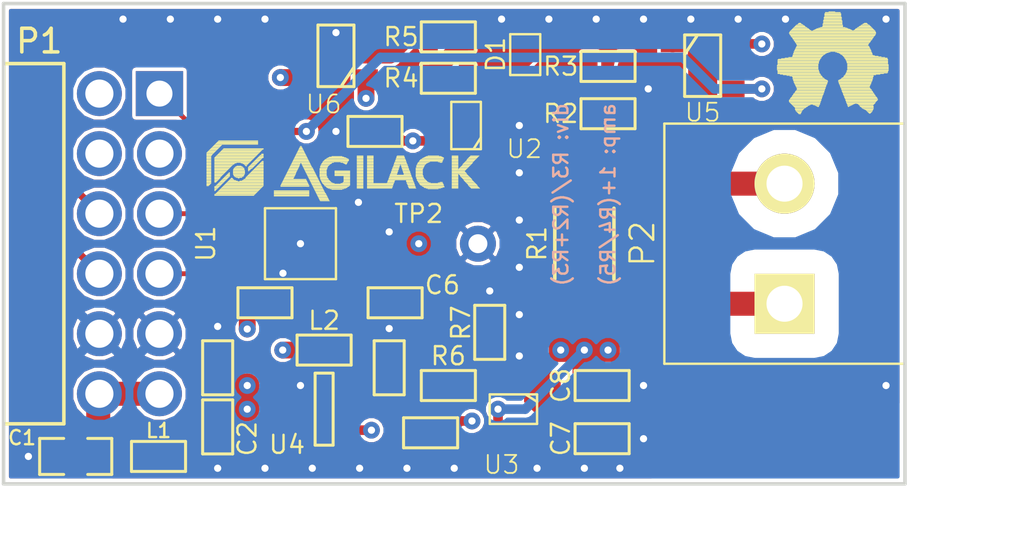
<source format=kicad_pcb>
(kicad_pcb (version 20171130) (host pcbnew 5.0.2)
  (title_block (title "PMOD - Current Transformer (CT)") (date 2020-09-08) (rev 1) (company Agilack) (comment 1 "License: CC-by-SA 2.0"))
  (layers (0 F.Cu signal) (1 In1.Cu signal hide) (2 In2.Cu signal hide) (31 B.Cu signal hide) (34 B.Paste user) (35 F.Paste user) (36 B.SilkS user) (37 F.SilkS user) (38 B.Mask user) (39 F.Mask user) (44 Edge.Cuts user))
  (net 0 "")
  (net 1 "Net-(P1-Pad2)")
  (net 2 GND)
  (net 3 +VPMOD)
  (net 4 "Net-(P1-Pad8)")
  (net 5 "Net-(P2-Pad2)")
  (net 6 "Net-(D1-Pad2)")
  (net 7 +3.3V)
  (net 8 "Net-(R4-Pad1)")
  (net 9 "Net-(R4-Pad2)")
  (net 10 PMOD_CS)
  (net 11 PMOD_MISO)
  (net 12 PMOD_SCK)
  (net 13 +VRef)
  (net 14 /VREF\2)
  (net 15 "Net-(R6-Pad1)")
  (net 16 "Net-(U5-Pad5)")
  (net 17 DIV)
  (net 18 "Net-(R3-Pad2)")
  (net 19 "Net-(R5-Pad1)")
  (net 20 "Net-(U6-Pad5)")
  (net 21 AMP)
  (net 22 "Net-(P1-Pad7)")
  (module pmod-ct:logo-agilack-11.5 (layer F.Cu) (at 144.25 102)
    (fp_text reference agilack-11.5 hide)
    (fp_text value 450px hide)
  )
  (module pmod-ct:MSOP-8 (layer F.Cu) (at 142 105 90)
    (fp_text reference U1 (at 0 -4 270) (layer F.SilkS) (effects (font (size 0.762 0.762) (thickness 0.1016))))
    (fp_text value MCP3201 hide)
    (pad 8 smd rect (at -0.975 -2.45 90) (size 0.3 1) (layers F.Cu F.Paste F.Mask) (net 7 +3.3V))
    (pad 7 smd rect (at -0.325 -2.45 90) (size 0.3 1) (layers F.Cu F.Paste F.Mask) (net 12 PMOD_SCK))
    (pad 6 smd rect (at 0.325 -2.45 90) (size 0.3 1) (layers F.Cu F.Paste F.Mask) (net 11 PMOD_MISO))
    (pad 5 smd rect (at 0.975 -2.45 90) (size 0.3 1) (layers F.Cu F.Paste F.Mask) (net 10 PMOD_CS))
    (pad 4 smd rect (at 0.975 2.45 90) (size 0.3 1) (layers F.Cu F.Paste F.Mask) (net 2 GND))
    (pad 3 smd rect (at 0.325 2.45 90) (size 0.3 1) (layers F.Cu F.Paste F.Mask) (net 2 GND))
    (pad 2 smd rect (at -0.325 2.45 90) (size 0.3 1) (layers F.Cu F.Paste F.Mask) (net 9 "Net-(R4-Pad2)"))
    (pad 1 smd rect (at -0.975 2.45 90) (size 0.3 1) (layers F.Cu F.Paste F.Mask) (net 13 +VRef))
  )
  (module pmod-ct:CONN_PMOD-Male (layer F.Cu) (at 133.5 105 90)
    (fp_text reference P1 (at 8.57 -2.54 180) (layer F.SilkS))
    (fp_text value PMOD)
    (pad 1 thru_hole rect (at 6.35 2.54 90) (size 1.9 2) (drill 1.1) (layers *.Cu *.Mask) (net 10 PMOD_CS))
    (pad 2 thru_hole circle (at 3.81 2.54 90) (size 1.9 1.9) (drill 1.19) (layers *.Cu *.Mask) (net 1 "Net-(P1-Pad2)"))
    (pad 3 thru_hole circle (at 1.27 2.54 90) (size 1.9 1.9) (drill 1.19) (layers *.Cu *.Mask) (net 11 PMOD_MISO))
    (pad 4 thru_hole circle (at -1.27 2.54 90) (size 1.9 1.9) (drill 1.19) (layers *.Cu *.Mask) (net 12 PMOD_SCK))
    (pad 5 thru_hole circle (at -3.81 2.54 90) (size 1.9 1.9) (drill 1.19) (layers *.Cu *.Mask) (net 2 GND))
    (pad 6 thru_hole circle (at -6.35 2.54 90) (size 1.9 1.9) (drill 1.19) (layers *.Cu *.Mask) (net 3 +VPMOD))
    (pad 7 thru_hole circle (at 6.35 0 90) (size 1.9 1.9) (drill 1.19) (layers *.Cu *.Mask) (net 22 "Net-(P1-Pad7)"))
    (pad 8 thru_hole circle (at 3.81 0 90) (size 1.9 1.9) (drill 1.19) (layers *.Cu *.Mask) (net 4 "Net-(P1-Pad8)"))
    (pad 9 thru_hole circle (at 1.27 0 90) (size 1.9 1.9) (drill 1.19) (layers *.Cu *.Mask) (net 17 DIV))
    (pad 10 thru_hole circle (at -1.27 0 90) (size 1.9 1.9) (drill 1.19) (layers *.Cu *.Mask) (net 21 AMP))
    (pad 11 thru_hole circle (at -3.81 0 90) (size 1.9 1.9) (drill 1.19) (layers *.Cu *.Mask) (net 2 GND))
    (pad 12 thru_hole circle (at -6.35 0 90) (size 1.9 1.9) (drill 1.19) (layers *.Cu *.Mask) (net 3 +VPMOD))
  )
  (module pmod-ct:CONN_MC000034 (layer F.Cu) (at 162.46 105 90)
    (fp_text reference P2 (at 0 -6.01 270) (layer F.SilkS) (effects (font (thickness 0.1016))))
    (fp_text value CONN_2 hide)
    (pad 1 thru_hole rect (at -2.54 0 90) (size 2.54 2.54) (drill 1.524) (layers *.Cu *.Mask F.SilkS) (net 14 /VREF\2) (clearance 1))
    (pad 2 thru_hole circle (at 2.54 0 90) (size 2.54 2.54) (drill 1.524) (layers *.Cu *.Mask F.SilkS) (net 5 "Net-(P2-Pad2)") (clearance 1))
  )
  (module pmod-ct:SMD2010 (layer F.Cu) (at 154 105 270)
    (fp_text reference R1 (at 0 2 90) (layer F.SilkS) (effects (font (size 0.762 0.762) (thickness 0.1016))))
    (fp_text value 33R)
    (pad 2 smd rect (at 2.95 0 270) (size 2 3) (layers F.Cu F.Paste F.Mask) (net 14 /VREF\2))
    (pad 1 smd rect (at -2.95 0 270) (size 2 3) (layers F.Cu F.Paste F.Mask) (net 5 "Net-(P2-Pad2)"))
  )
  (module pmod-ct:SOD323 (layer F.Cu) (at 151.5 97 270)
    (fp_text reference D1 (at 0 1.25 90) (layer F.SilkS) (effects (font (size 0.762 0.762) (thickness 0.1016))))
    (fp_text value MM3Z3V3T1G hide)
    (pad 1 smd rect (at -1.15062 0 270) (size 0.59944 0.59944) (layers F.Cu F.Paste F.Mask) (net 2 GND))
    (pad 2 smd rect (at 1.15062 0 270) (size 0.59944 0.59944) (layers F.Cu F.Paste F.Mask) (net 6 "Net-(D1-Pad2)"))
  )
  (module pmod-ct:SMD0603 (layer F.Cu) (at 155 99.5 180)
    (fp_text reference R2 (at 2 0 180) (layer F.SilkS) (effects (font (size 0.762 0.762) (thickness 0.1016))))
    (fp_text value 10k hide)
    (pad 1 smd rect (at -0.762 0 180) (size 0.635 1.143) (layers F.Cu F.Paste F.Mask) (net 6 "Net-(D1-Pad2)"))
    (pad 2 smd rect (at 0.762 0 180) (size 0.635 1.143) (layers F.Cu F.Paste F.Mask) (net 5 "Net-(P2-Pad2)"))
  )
  (module pmod-ct:SC70-5 (layer F.Cu) (at 149 100 90)
    (fp_text reference U2 (at -0.99 2.46) (layer F.SilkS) (effects (font (size 0.762 0.762) (thickness 0.0762))))
    (fp_text value MCP6001 hide)
    (pad 5 smd rect (at -0.65 -1.1 90) (size 0.4 1) (layers F.Cu F.Paste F.Mask) (net 7 +3.3V))
    (pad 4 smd rect (at 0.65 -1.1 90) (size 0.4 1) (layers F.Cu F.Paste F.Mask) (net 8 "Net-(R4-Pad1)"))
    (pad 3 smd rect (at 0.65 1.1 90) (size 0.4 1) (layers F.Cu F.Paste F.Mask) (net 6 "Net-(D1-Pad2)"))
    (pad 2 smd rect (at 0 1.1 90) (size 0.4 1) (layers F.Cu F.Paste F.Mask) (net 2 GND))
    (pad 1 smd rect (at -0.65 1.1 90) (size 0.4 1) (layers F.Cu F.Paste F.Mask) (net 9 "Net-(R4-Pad2)"))
  )
  (module pmod-ct:SMD0805 (layer F.Cu) (at 132.5 114 180)
    (fp_text reference C1 (at 2.27 0.79) (layer F.SilkS) (effects (font (size 0.6 0.6) (thickness 0.1016))))
    (fp_text value 10uF hide)
    (pad 1 smd rect (at -0.9525 0 180) (size 0.889 1.397) (layers F.Cu F.Paste F.Mask) (net 3 +VPMOD))
    (pad 2 smd rect (at 0.9525 0 180) (size 0.889 1.397) (layers F.Cu F.Paste F.Mask) (net 2 GND))
  )
  (module pmod-ct:SMD0603 (layer F.Cu) (at 138.5 112.75 270)
    (fp_text reference C2 (at 0.5 -1.25 90) (layer F.SilkS) (effects (font (size 0.762 0.762) (thickness 0.1016))))
    (fp_text value 1uF hide)
    (pad 2 smd rect (at 0.762 0 270) (size 0.635 1.143) (layers F.Cu F.Paste F.Mask) (net 2 GND))
    (pad 1 smd rect (at -0.762 0 270) (size 0.635 1.143) (layers F.Cu F.Paste F.Mask) (net 7 +3.3V))
  )
  (module pmod-ct:SMD0603 (layer F.Cu) (at 138.5 110.25 90)
    (fp_text reference C3 hide)
    (fp_text value 470pF hide)
    (pad 1 smd rect (at -0.762 0 90) (size 0.635 1.143) (layers F.Cu F.Paste F.Mask) (net 7 +3.3V))
    (pad 2 smd rect (at 0.762 0 90) (size 0.635 1.143) (layers F.Cu F.Paste F.Mask) (net 2 GND))
  )
  (module pmod-ct:SMD0603 (layer F.Cu) (at 140.5 107.5)
    (fp_text reference C4 hide)
    (fp_text value 100nF hide)
    (pad 2 smd rect (at 0.762 0) (size 0.635 1.143) (layers F.Cu F.Paste F.Mask) (net 2 GND))
    (pad 1 smd rect (at -0.762 0) (size 0.635 1.143) (layers F.Cu F.Paste F.Mask) (net 7 +3.3V))
  )
  (module pmod-ct:SMD0603 (layer F.Cu) (at 145.15 100.25 180)
    (fp_text reference C5 hide)
    (fp_text value 100nF hide)
    (pad 1 smd rect (at -0.762 0 180) (size 0.635 1.143) (layers F.Cu F.Paste F.Mask) (net 7 +3.3V))
    (pad 2 smd rect (at 0.762 0 180) (size 0.635 1.143) (layers F.Cu F.Paste F.Mask) (net 2 GND))
  )
  (module pmod-ct:SMD0603 (layer F.Cu) (at 136 114)
    (fp_text reference L1 (at 0 -1.0922) (layer F.SilkS) (effects (font (size 0.6 0.6) (thickness 0.1016))))
    (fp_text value FB100 hide)
    (pad 1 smd rect (at -0.762 0) (size 0.635 1.143) (layers F.Cu F.Paste F.Mask) (net 3 +VPMOD))
    (pad 2 smd rect (at 0.762 0) (size 0.635 1.143) (layers F.Cu F.Paste F.Mask) (net 7 +3.3V))
  )
  (module pmod-ct:SMD0603 (layer F.Cu) (at 155 97.5)
    (fp_text reference R3 (at -2 0) (layer F.SilkS) (effects (font (size 0.762 0.762) (thickness 0.1016))))
    (fp_text value R hide)
    (pad 2 smd rect (at 0.762 0) (size 0.635 1.143) (layers F.Cu F.Paste F.Mask) (net 18 "Net-(R3-Pad2)"))
    (pad 1 smd rect (at -0.762 0) (size 0.635 1.143) (layers F.Cu F.Paste F.Mask) (net 6 "Net-(D1-Pad2)"))
  )
  (module pmod-ct:SMD0603 (layer F.Cu) (at 148.25 98)
    (fp_text reference R4 (at -2 0) (layer F.SilkS) (effects (font (size 0.762 0.762) (thickness 0.1016))))
    (fp_text value R hide)
    (pad 1 smd rect (at -0.762 0) (size 0.635 1.143) (layers F.Cu F.Paste F.Mask) (net 8 "Net-(R4-Pad1)"))
    (pad 2 smd rect (at 0.762 0) (size 0.635 1.143) (layers F.Cu F.Paste F.Mask) (net 9 "Net-(R4-Pad2)"))
  )
  (module pmod-ct:SMD0603 (layer F.Cu) (at 148.25 96.25)
    (fp_text reference R5 (at -2 0) (layer F.SilkS) (effects (font (size 0.762 0.762) (thickness 0.1016))))
    (fp_text value R hide)
    (pad 2 smd rect (at 0.762 0) (size 0.635 1.143) (layers F.Cu F.Paste F.Mask) (net 8 "Net-(R4-Pad1)"))
    (pad 1 smd rect (at -0.762 0) (size 0.635 1.143) (layers F.Cu F.Paste F.Mask) (net 19 "Net-(R5-Pad1)"))
  )
  (module pmod-ct:SMD0603 (layer F.Cu) (at 146 107.5 180)
    (fp_text reference C6 (at -2 0.75 180) (layer F.SilkS) (effects (font (size 0.762 0.762) (thickness 0.1016))))
    (fp_text value 470pF hide)
    (pad 2 smd rect (at 0.762 0 180) (size 0.635 1.143) (layers F.Cu F.Paste F.Mask) (net 2 GND))
    (pad 1 smd rect (at -0.762 0 180) (size 0.635 1.143) (layers F.Cu F.Paste F.Mask) (net 13 +VRef))
  )
  (module pmod-ct:SMD0603 (layer F.Cu) (at 143 109.5)
    (fp_text reference L2 (at 0 -1.25) (layer F.SilkS) (effects (font (size 0.762 0.762) (thickness 0.1016))))
    (fp_text value FB100 hide)
    (pad 1 smd rect (at -0.762 0) (size 0.635 1.143) (layers F.Cu F.Paste F.Mask) (net 7 +3.3V))
    (pad 2 smd rect (at 0.762 0) (size 0.635 1.143) (layers F.Cu F.Paste F.Mask) (net 13 +VRef))
  )
  (module pmod-ct:TP (layer F.Cu) (at 149.5 105)
    (fp_text reference TP1 hide)
    (fp_text value CONN_1 hide)
    (pad 1 thru_hole circle (at 0 0) (size 1.524 1.524) (drill 0.8) (layers *.Cu *.Mask) (net 2 GND))
  )
  (module pmod-ct:TP_SMD (layer F.Cu) (at 147 105)
    (fp_text reference TP2 (at 0 -1.27) (layer F.SilkS) (effects (font (size 0.762 0.762) (thickness 0.1016))))
    (fp_text value CONN_1 hide)
    (pad 1 smd circle (at 0 0) (size 1.19888 1.19888) (layers F.Cu F.Paste F.Mask) (net 9 "Net-(R4-Pad2)"))
  )
  (module pmod-ct:logo-ohw (layer F.Cu) (at 164.5 97.5)
    (fp_text reference ohw_logo hide)
    (fp_text value VAL** hide)
  )
  (module pmod-ct:SMD0603 (layer F.Cu) (at 154.75 113.25)
    (fp_text reference C7 (at -1.75 0 90) (layer F.SilkS) (effects (font (size 0.762 0.762) (thickness 0.1016))))
    (fp_text value 4,7uF hide)
    (pad 2 smd rect (at 0.762 0) (size 0.635 1.143) (layers F.Cu F.Paste F.Mask) (net 2 GND))
    (pad 1 smd rect (at -0.762 0) (size 0.635 1.143) (layers F.Cu F.Paste F.Mask) (net 14 /VREF\2))
  )
  (module pmod-ct:SMD0603 (layer F.Cu) (at 154.75 111)
    (fp_text reference C8 (at -1.75 0 90) (layer F.SilkS) (effects (font (size 0.762 0.762) (thickness 0.1016))))
    (fp_text value 470pF hide)
    (pad 1 smd rect (at -0.762 0) (size 0.635 1.143) (layers F.Cu F.Paste F.Mask) (net 14 /VREF\2))
    (pad 2 smd rect (at 0.762 0) (size 0.635 1.143) (layers F.Cu F.Paste F.Mask) (net 2 GND))
  )
  (module pmod-ct:SMD0603 (layer F.Cu) (at 148.25 111 180)
    (fp_text reference R6 (at 0 1.25 180) (layer F.SilkS) (effects (font (size 0.762 0.762) (thickness 0.1016))))
    (fp_text value 10k hide)
    (pad 2 smd rect (at 0.762 0 180) (size 0.635 1.143) (layers F.Cu F.Paste F.Mask) (net 13 +VRef))
    (pad 1 smd rect (at -0.762 0 180) (size 0.635 1.143) (layers F.Cu F.Paste F.Mask) (net 15 "Net-(R6-Pad1)"))
  )
  (module pmod-ct:SMD0603 (layer F.Cu) (at 150 108.75 270)
    (fp_text reference R7 (at -0.4 1.22 270) (layer F.SilkS) (effects (font (size 0.762 0.762) (thickness 0.1016))))
    (fp_text value 10k hide)
    (pad 1 smd rect (at -0.762 0 270) (size 0.635 1.143) (layers F.Cu F.Paste F.Mask) (net 2 GND))
    (pad 2 smd rect (at 0.762 0 270) (size 0.635 1.143) (layers F.Cu F.Paste F.Mask) (net 15 "Net-(R6-Pad1)"))
  )
  (module pmod-ct:SC70-5 (layer F.Cu) (at 151 112 180)
    (fp_text reference U3 (at 0.5 -2.35 180) (layer F.SilkS) (effects (font (size 0.762 0.762) (thickness 0.0762))))
    (fp_text value MCP6001 hide)
    (pad 5 smd rect (at -0.65 -1.1 180) (size 0.4 1) (layers F.Cu F.Paste F.Mask) (net 7 +3.3V))
    (pad 4 smd rect (at 0.65 -1.1 180) (size 0.4 1) (layers F.Cu F.Paste F.Mask) (net 14 /VREF\2))
    (pad 3 smd rect (at 0.65 1.1 180) (size 0.4 1) (layers F.Cu F.Paste F.Mask) (net 15 "Net-(R6-Pad1)"))
    (pad 2 smd rect (at 0 1.1 180) (size 0.4 1) (layers F.Cu F.Paste F.Mask) (net 2 GND))
    (pad 1 smd rect (at -0.65 1.1 180) (size 0.4 1) (layers F.Cu F.Paste F.Mask) (net 14 /VREF\2))
  )
  (module pmod-ct:SMD0603 (layer F.Cu) (at 147.5 113 180)
    (fp_text reference C9 hide)
    (fp_text value 100nF hide)
    (pad 1 smd rect (at -0.762 0 180) (size 0.635 1.143) (layers F.Cu F.Paste F.Mask) (net 7 +3.3V))
    (pad 2 smd rect (at 0.762 0 180) (size 0.635 1.143) (layers F.Cu F.Paste F.Mask) (net 2 GND))
  )
  (module pmod-ct:SMD0603 (layer F.Cu) (at 145.75 110.25 90)
    (fp_text reference C10 hide)
    (fp_text value 100nF hide)
    (pad 1 smd rect (at -0.762 0 90) (size 0.635 1.143) (layers F.Cu F.Paste F.Mask) (net 13 +VRef))
    (pad 2 smd rect (at 0.762 0 90) (size 0.635 1.143) (layers F.Cu F.Paste F.Mask) (net 2 GND))
  )
  (module pmod-ct:SOT23-3 (layer F.Cu) (at 143 112 270)
    (fp_text reference U4 (at 1.5 1.57) (layer F.SilkS) (effects (font (size 0.762 0.762) (thickness 0.1016))))
    (fp_text value REF30xx hide)
    (pad 2 smd rect (at -0.889 -1.016 270) (size 0.9144 0.9144) (layers F.Cu F.Paste F.Mask) (net 13 +VRef))
    (pad 1 smd rect (at 0.889 -1.016 270) (size 0.9144 0.9144) (layers F.Cu F.Paste F.Mask) (net 7 +3.3V))
    (pad 3 smd rect (at 0 1.016 270) (size 0.9144 0.9144) (layers F.Cu F.Paste F.Mask) (net 2 GND))
  )
  (module pmod-ct:SOT23-6 (layer F.Cu) (at 159 97.5 270)
    (fp_text reference U5 (at 1.95 0) (layer F.SilkS) (effects (font (size 0.762 0.762) (thickness 0.0762))))
    (fp_text value ADG802 hide)
    (pad 6 smd rect (at -0.9525 -1.27 270) (size 0.70104 1.00076) (layers F.Cu F.Paste F.Mask) (net 7 +3.3V))
    (pad 5 smd rect (at 0 -1.27 270) (size 0.70104 1.00076) (layers F.Cu F.Paste F.Mask) (net 16 "Net-(U5-Pad5)"))
    (pad 4 smd rect (at 0.9525 -1.27 270) (size 0.70104 1.00076) (layers F.Cu F.Paste F.Mask) (net 17 DIV))
    (pad 3 smd rect (at 0.9525 1.27 270) (size 0.70104 1.00076) (layers F.Cu F.Paste F.Mask) (net 2 GND))
    (pad 2 smd rect (at 0 1.27 270) (size 0.70104 1.00076) (layers F.Cu F.Paste F.Mask) (net 18 "Net-(R3-Pad2)"))
    (pad 1 smd rect (at -0.9525 1.27 270) (size 0.70104 1.00076) (layers F.Cu F.Paste F.Mask) (net 2 GND))
  )
  (module pmod-ct:SOT23-6 (layer F.Cu) (at 143.5 97.02 90)
    (fp_text reference U6 (at -2.08 -0.52 180) (layer F.SilkS) (effects (font (size 0.762 0.762) (thickness 0.0762))))
    (fp_text value ADG802 hide)
    (pad 6 smd rect (at -0.9525 -1.27 90) (size 0.70104 1.00076) (layers F.Cu F.Paste F.Mask) (net 7 +3.3V))
    (pad 5 smd rect (at 0 -1.27 90) (size 0.70104 1.00076) (layers F.Cu F.Paste F.Mask) (net 20 "Net-(U6-Pad5)"))
    (pad 4 smd rect (at 0.9525 -1.27 90) (size 0.70104 1.00076) (layers F.Cu F.Paste F.Mask) (net 21 AMP))
    (pad 3 smd rect (at 0.9525 1.27 90) (size 0.70104 1.00076) (layers F.Cu F.Paste F.Mask) (net 2 GND))
    (pad 2 smd rect (at 0 1.27 90) (size 0.70104 1.00076) (layers F.Cu F.Paste F.Mask) (net 19 "Net-(R5-Pad1)"))
    (pad 1 smd rect (at -0.9525 1.27 90) (size 0.70104 1.00076) (layers F.Cu F.Paste F.Mask) (net 14 /VREF\2))
  )
  (gr_text "amp: 1+(R4/R5)" (at 155 99 90) (layer B.SilkS) (effects (font (size 0.6 0.6) (thickness 0.1016)) (justify left mirror)))
  (gr_text "div: R3/(R2+R3)" (at 153.01 99 90) (layer B.SilkS) (effects (font (size 0.6 0.6) (thickness 0.1016)) (justify left mirror)))
  (gr_text CC-by-SA (at 163.88 114) (layer F.Cu) (effects (font (size 0.7 0.7) (thickness 0.1016))))
  (gr_text rev2 (at 157.05 113.95) (layer F.Cu) (effects (font (size 0.7 0.7) (thickness 0.1016)) (justify left)))
  (gr_text PMOD-SENSOR-CT (at 167.18 112.5) (layer F.Cu) (effects (font (size 0.7 0.7) (thickness 0.1016)) (justify right)))
  (gr_line (start 129.45 115.16) (end 129.45 94.84) (angle 90) (layer Edge.Cuts) (width 0.15))
  (gr_line (start 129.45 94.84) (end 167.55 94.84) (angle 90) (layer Edge.Cuts) (width 0.15))
  (gr_line (start 167.55 94.84) (end 167.55 115.16) (angle 90) (layer Edge.Cuts) (width 0.15))
  (gr_line (start 167.55 115.16) (end 129.45 115.16) (angle 90) (layer Edge.Cuts) (width 0.15))
  (via (at 151.25 100) (size 0.7112) (drill 0.3048) (layers F.Cu B.Cu) (net 2))
  (segment (start 150.1 100) (end 151.25 100) (width 0.4064) (layer F.Cu) (net 2))
  (segment (start 131.5475 114) (end 130.5 114) (width 0.4064) (layer F.Cu) (net 2))
  (via (at 130.5 114) (size 0.7112) (drill 0.3048) (layers F.Cu B.Cu) (net 2))
  (segment (start 130.5 114) (end 130.5 111.81) (width 0.4064) (layer B.Cu) (net 2))
  (segment (start 130.5 111.81) (end 133.5 108.81) (width 0.4064) (layer B.Cu) (net 2))
  (segment (start 130.5 114) (end 135.82 114) (width 0.4064) (layer B.Cu) (net 2))
  (segment (start 135.82 114) (end 136.32 114.5) (width 0.4064) (layer B.Cu) (net 2))
  (segment (start 136.32 114.5) (end 138.5 114.5) (width 0.4064) (layer B.Cu) (net 2))
  (via (at 138.5 114.5) (size 0.7112) (drill 0.3048) (layers F.Cu B.Cu) (net 2))
  (segment (start 138.5 113.512) (end 138.5 114.5) (width 0.4064) (layer F.Cu) (net 2))
  (via (at 151.25 102) (size 0.7112) (drill 0.3048) (layers F.Cu B.Cu) (net 2))
  (via (at 145.75 104.5) (size 0.7112) (drill 0.3048) (layers F.Cu B.Cu) (net 2))
  (segment (start 145.39 104.5) (end 145.75 104.5) (width 0.3048) (layer F.Cu) (net 2))
  (segment (start 136.04 108.81) (end 134.77 110.08) (width 0.4064) (layer B.Cu) (net 2))
  (segment (start 133.5 108.81) (end 134.77 110.08) (width 0.4064) (layer B.Cu) (net 2))
  (via (at 151.25 104) (size 0.7112) (drill 0.3048) (layers F.Cu B.Cu) (net 2))
  (segment (start 151.25 104) (end 151.25 106) (width 0.4064) (layer B.Cu) (net 2))
  (via (at 151.25 106) (size 0.7112) (drill 0.3048) (layers F.Cu B.Cu) (net 2))
  (via (at 151.25 108) (size 0.7112) (drill 0.3048) (layers F.Cu B.Cu) (net 2))
  (segment (start 151.25 100) (end 151.25 102) (width 0.4064) (layer B.Cu) (net 2))
  (segment (start 151.25 102) (end 151.25 104) (width 0.4064) (layer B.Cu) (net 2))
  (via (at 142 105) (size 0.7112) (drill 0.3048) (layers F.Cu B.Cu) (net 2))
  (segment (start 133.5 108.81) (end 133.5 108.79) (width 0.4064) (layer B.Cu) (net 2))
  (segment (start 133.5 108.79) (end 130.76 106.05) (width 0.4064) (layer B.Cu) (net 2))
  (segment (start 130.76 106.05) (end 130.76 98.3) (width 0.4064) (layer B.Cu) (net 2))
  (via (at 134.5 95.5) (size 0.7112) (drill 0.3048) (layers F.Cu B.Cu) (net 2))
  (via (at 166.75 95.5) (size 0.7112) (drill 0.3048) (layers F.Cu B.Cu) (net 2))
  (via (at 166.75 111) (size 0.7112) (drill 0.3048) (layers F.Cu B.Cu) (net 2))
  (via (at 156.5 111) (size 0.7112) (drill 0.3048) (layers F.Cu B.Cu) (net 2))
  (segment (start 156.5 111) (end 155.512 111) (width 0.7112) (layer F.Cu) (net 2))
  (via (at 156.5 113.25) (size 0.7112) (drill 0.3048) (layers F.Cu B.Cu) (net 2))
  (segment (start 156.5 113.25) (end 155.512 113.25) (width 0.7112) (layer F.Cu) (net 2))
  (segment (start 155.512 113.25) (end 155.512 114.488) (width 0.4064) (layer F.Cu) (net 2))
  (segment (start 155.512 114.488) (end 155.5 114.5) (width 0.4064) (layer F.Cu) (net 2))
  (via (at 155.5 114.5) (size 0.7112) (drill 0.3048) (layers F.Cu B.Cu) (net 2))
  (via (at 154 114.5) (size 0.7112) (drill 0.3048) (layers F.Cu B.Cu) (net 2))
  (segment (start 154 114.5) (end 155.5 114.5) (width 0.7112) (layer F.Cu) (net 2))
  (segment (start 154 114.5) (end 152 114.5) (width 0.7112) (layer F.Cu) (net 2))
  (via (at 152 114.5) (size 0.7112) (drill 0.3048) (layers F.Cu B.Cu) (net 2))
  (segment (start 152 114.5) (end 151.4 114.5) (width 0.4064) (layer F.Cu) (net 2))
  (segment (start 151.4 114.5) (end 151.26 114.64) (width 0.4064) (layer F.Cu) (net 2))
  (segment (start 151.25 106) (end 151.25 108) (width 0.4064) (layer B.Cu) (net 2))
  (segment (start 151.25 108) (end 151.25 109.75) (width 0.4064) (layer F.Cu) (net 2))
  (via (at 151.25 109.75) (size 0.7112) (drill 0.3048) (layers F.Cu B.Cu) (net 2))
  (segment (start 150 107.988) (end 150 107) (width 0.7112) (layer F.Cu) (net 2))
  (via (at 150 107) (size 0.7112) (drill 0.3048) (layers F.Cu B.Cu) (net 2))
  (segment (start 151 110.9) (end 151 110) (width 0.4064) (layer F.Cu) (net 2))
  (segment (start 151 110) (end 151.25 109.75) (width 0.4064) (layer F.Cu) (net 2))
  (segment (start 138.5 109.488) (end 138.5 108.5) (width 0.7112) (layer F.Cu) (net 2))
  (via (at 138.5 108.5) (size 0.7112) (drill 0.3048) (layers F.Cu B.Cu) (net 2))
  (segment (start 145.75 109.488) (end 145.75 108.59) (width 0.7112) (layer F.Cu) (net 2))
  (via (at 145.75 108.59) (size 0.7112) (drill 0.3048) (layers F.Cu B.Cu) (net 2))
  (via (at 142 111) (size 0.7112) (drill 0.3048) (layers F.Cu B.Cu) (net 2))
  (segment (start 142 111) (end 142 111.984) (width 0.7112) (layer F.Cu) (net 2))
  (segment (start 142 111.984) (end 141.984 112) (width 0.7112) (layer F.Cu) (net 2))
  (segment (start 145.238 108.078) (end 145.75 108.59) (width 0.7112) (layer F.Cu) (net 2))
  (via (at 146.5 114.5) (size 0.7112) (drill 0.3048) (layers F.Cu B.Cu) (net 2))
  (segment (start 146.5 114.5) (end 144.5 114.5) (width 0.7112) (layer F.Cu) (net 2))
  (via (at 144.5 114.5) (size 0.7112) (drill 0.3048) (layers F.Cu B.Cu) (net 2))
  (segment (start 144.5 114.5) (end 142.5 114.5) (width 0.7112) (layer F.Cu) (net 2))
  (via (at 142.5 114.5) (size 0.7112) (drill 0.3048) (layers F.Cu B.Cu) (net 2))
  (segment (start 142.5 114.5) (end 140.5 114.5) (width 0.7112) (layer F.Cu) (net 2))
  (via (at 140.5 114.5) (size 0.7112) (drill 0.3048) (layers F.Cu B.Cu) (net 2))
  (segment (start 140.5 114.5) (end 138.5 114.5) (width 0.7112) (layer F.Cu) (net 2))
  (segment (start 140.5 114.5) (end 140.5 112.5) (width 0.4064) (layer B.Cu) (net 2))
  (segment (start 140.5 112.5) (end 142 111) (width 0.4064) (layer B.Cu) (net 2))
  (segment (start 146.5 114.5) (end 148.5 114.5) (width 0.7112) (layer F.Cu) (net 2))
  (via (at 148.5 114.5) (size 0.7112) (drill 0.3048) (layers F.Cu B.Cu) (net 2))
  (segment (start 151.26 114.64) (end 149.4 114.64) (width 0.4064) (layer F.Cu) (net 2))
  (segment (start 148.5 114.5) (end 149.26 114.5) (width 0.4064) (layer F.Cu) (net 2))
  (segment (start 149.26 114.5) (end 149.4 114.64) (width 0.4064) (layer F.Cu) (net 2))
  (segment (start 146.5 114.5) (end 146.5 114.06) (width 0.4064) (layer F.Cu) (net 2))
  (segment (start 146.5 114.06) (end 146.738 113.822) (width 0.4064) (layer F.Cu) (net 2))
  (segment (start 146.738 113.822) (end 146.738 113) (width 0.4064) (layer F.Cu) (net 2))
  (segment (start 166.75 95.5) (end 162.5 95.5) (width 0.7112) (layer F.Cu) (net 2))
  (segment (start 162.5 95.5) (end 160.5 95.5) (width 0.7112) (layer F.Cu) (net 2))
  (segment (start 160.5 95.5) (end 158.5 95.5) (width 0.7112) (layer F.Cu) (net 2))
  (segment (start 158.5 95.5) (end 157.73 95.5) (width 0.7112) (layer F.Cu) (net 2))
  (segment (start 157.73 95.5) (end 156.5 95.5) (width 0.7112) (layer F.Cu) (net 2))
  (segment (start 157.73 98.4525) (end 156.7025 98.4525) (width 0.4064) (layer F.Cu) (net 2))
  (segment (start 156.7025 98.4525) (end 156.7 98.45) (width 0.4064) (layer F.Cu) (net 2))
  (via (at 156.7 98.45) (size 0.7112) (drill 0.3048) (layers F.Cu B.Cu) (net 2))
  (via (at 156.5 95.5) (size 0.7112) (drill 0.3048) (layers F.Cu B.Cu) (net 2))
  (segment (start 156.5 95.5) (end 154.5 95.5) (width 0.7112) (layer F.Cu) (net 2))
  (via (at 154.5 95.5) (size 0.7112) (drill 0.3048) (layers F.Cu B.Cu) (net 2))
  (via (at 158.5 95.5) (size 0.7112) (drill 0.3048) (layers F.Cu B.Cu) (net 2))
  (via (at 160.5 95.5) (size 0.7112) (drill 0.3048) (layers F.Cu B.Cu) (net 2))
  (via (at 162.5 95.5) (size 0.7112) (drill 0.3048) (layers F.Cu B.Cu) (net 2))
  (segment (start 154.5 95.5) (end 152.5 95.5) (width 0.7112) (layer F.Cu) (net 2))
  (via (at 152.5 95.5) (size 0.7112) (drill 0.3048) (layers F.Cu B.Cu) (net 2))
  (segment (start 157.73 96.5475) (end 157.73 95.5) (width 0.7112) (layer F.Cu) (net 2))
  (via (at 150.5 95.5) (size 0.7112) (drill 0.3048) (layers F.Cu B.Cu) (net 2))
  (segment (start 144.77 96.0675) (end 143.5025 96.0675) (width 0.7112) (layer F.Cu) (net 2))
  (segment (start 143.5025 96.0675) (end 143.5 96.07) (width 0.7112) (layer F.Cu) (net 2))
  (via (at 143.5 96.07) (size 0.7112) (drill 0.3048) (layers F.Cu B.Cu) (net 2))
  (segment (start 144.388 100.25) (end 143.5 100.25) (width 0.7112) (layer F.Cu) (net 2))
  (via (at 143.5 100.25) (size 0.7112) (drill 0.3048) (layers F.Cu B.Cu) (net 2))
  (segment (start 134.5 95.5) (end 133.56 95.5) (width 0.3048) (layer B.Cu) (net 2))
  (segment (start 133.56 95.5) (end 130.76 98.3) (width 0.3048) (layer B.Cu) (net 2))
  (segment (start 144.45 104.675) (end 145.215 104.675) (width 0.3048) (layer F.Cu) (net 2))
  (segment (start 145.215 104.675) (end 145.39 104.5) (width 0.3048) (layer F.Cu) (net 2))
  (segment (start 145.238 107.5) (end 145.238 108.078) (width 0.7112) (layer F.Cu) (net 2))
  (via (at 144.45 103.25) (size 0.7112) (drill 0.3048) (layers F.Cu B.Cu) (net 2))
  (segment (start 144.45 103.25) (end 144.45 103.64) (width 0.4064) (layer F.Cu) (net 2))
  (segment (start 144.45 103.64) (end 144.45 104.025) (width 0.3048) (layer F.Cu) (net 2))
  (segment (start 134.5 95.5) (end 136.5 95.5) (width 0.7112) (layer F.Cu) (net 2))
  (via (at 136.5 95.5) (size 0.7112) (drill 0.3048) (layers F.Cu B.Cu) (net 2))
  (via (at 138.5 95.5) (size 0.7112) (drill 0.3048) (layers F.Cu B.Cu) (net 2))
  (segment (start 138.5 95.5) (end 140.5 95.5) (width 0.7112) (layer F.Cu) (net 2))
  (via (at 140.5 95.5) (size 0.7112) (drill 0.3048) (layers F.Cu B.Cu) (net 2))
  (segment (start 136.5 95.5) (end 138.5 95.5) (width 0.7112) (layer F.Cu) (net 2))
  (segment (start 141.262 107.5) (end 141.262 106.252) (width 0.7112) (layer F.Cu) (net 2))
  (segment (start 141.262 106.252) (end 141.26 106.25) (width 0.7112) (layer F.Cu) (net 2))
  (via (at 141.26 106.25) (size 0.7112) (drill 0.3048) (layers F.Cu B.Cu) (net 2))
  (segment (start 136.04 111.35) (end 133.5 111.35) (width 1.016) (layer F.Cu) (net 3))
  (segment (start 133.4525 114) (end 133.4525 111.3975) (width 1.016) (layer F.Cu) (net 3))
  (segment (start 133.4525 111.3975) (end 133.5 111.35) (width 1.016) (layer F.Cu) (net 3))
  (segment (start 135.238 114) (end 133.4525 114) (width 1.016) (layer F.Cu) (net 3))
  (segment (start 154 102.05) (end 158.94 102.05) (width 1.016) (layer F.Cu) (net 5))
  (segment (start 158.94 102.05) (end 159.35 102.46) (width 1.016) (layer F.Cu) (net 5))
  (segment (start 159.35 102.46) (end 162.46 102.46) (width 1.016) (layer F.Cu) (net 5))
  (segment (start 154.238 99.5) (end 154.238 101.812) (width 0.7112) (layer F.Cu) (net 5))
  (segment (start 154.238 101.812) (end 154 102.05) (width 0.7112) (layer F.Cu) (net 5))
  (segment (start 155.762 99.5) (end 155.762 99.252) (width 0.4064) (layer F.Cu) (net 6))
  (segment (start 155.762 99.252) (end 154.238 97.728) (width 0.4064) (layer F.Cu) (net 6))
  (segment (start 154.238 97.728) (end 154.238 97.5) (width 0.4064) (layer F.Cu) (net 6))
  (segment (start 154.238 97.5) (end 152.15062 97.5) (width 0.4064) (layer F.Cu) (net 6))
  (segment (start 152.15062 97.5) (end 151.5 98.15062) (width 0.4064) (layer F.Cu) (net 6))
  (segment (start 150.1 99.35) (end 150.86 99.35) (width 0.4064) (layer F.Cu) (net 6))
  (segment (start 150.86 99.35) (end 151.5 98.71) (width 0.4064) (layer F.Cu) (net 6))
  (segment (start 151.5 98.71) (end 151.5 98.15062) (width 0.4064) (layer F.Cu) (net 6))
  (segment (start 136.762 113.658) (end 136.762 114) (width 0.4064) (layer F.Cu) (net 7))
  (segment (start 136.762 114) (end 136.762 112.798) (width 0.4064) (layer F.Cu) (net 7))
  (segment (start 136.762 112.798) (end 137.572 111.988) (width 0.4064) (layer F.Cu) (net 7))
  (segment (start 137.572 111.988) (end 138.5 111.988) (width 0.4064) (layer F.Cu) (net 7))
  (segment (start 149.76 114) (end 151.05 114) (width 0.4064) (layer F.Cu) (net 7))
  (segment (start 151.05 114) (end 151.65 113.4) (width 0.4064) (layer F.Cu) (net 7))
  (segment (start 151.65 113.4) (end 151.65 113.1) (width 0.4064) (layer F.Cu) (net 7))
  (segment (start 149.76 114) (end 149.26 113.5) (width 0.4064) (layer F.Cu) (net 7))
  (segment (start 149.26 113.5) (end 148.762 113.5) (width 0.4064) (layer F.Cu) (net 7))
  (segment (start 148.762 113.5) (end 148.262 113) (width 0.4064) (layer F.Cu) (net 7))
  (via (at 149.25 112.5) (size 0.7112) (drill 0.3048) (layers F.Cu B.Cu) (net 7))
  (segment (start 149.25 112.5) (end 148.762 112.5) (width 0.4064) (layer F.Cu) (net 7))
  (segment (start 148.762 112.5) (end 148.262 113) (width 0.4064) (layer F.Cu) (net 7))
  (segment (start 144.016 112.889) (end 144.999 112.889) (width 0.4064) (layer F.Cu) (net 7))
  (segment (start 144.999 112.889) (end 145 112.89) (width 0.4064) (layer F.Cu) (net 7))
  (via (at 145 112.89) (size 0.7112) (drill 0.3048) (layers F.Cu B.Cu) (net 7))
  (segment (start 138.512 112) (end 138.5 111.988) (width 0.7112) (layer F.Cu) (net 7))
  (segment (start 160.27 96.5475) (end 161.4975 96.5475) (width 0.4064) (layer F.Cu) (net 7))
  (segment (start 161.4975 96.5475) (end 161.5 96.55) (width 0.4064) (layer F.Cu) (net 7))
  (via (at 161.5 96.55) (size 0.7112) (drill 0.3048) (layers F.Cu B.Cu) (net 7))
  (segment (start 142.238 109.5) (end 141.25 109.5) (width 0.7112) (layer F.Cu) (net 7))
  (via (at 141.25 109.5) (size 0.7112) (drill 0.3048) (layers F.Cu B.Cu) (net 7))
  (segment (start 138.5 111.988) (end 138.5 111.012) (width 1.016) (layer F.Cu) (net 7))
  (segment (start 138.5 111.012) (end 139.738 111.012) (width 1.016) (layer F.Cu) (net 7))
  (segment (start 139.738 111.012) (end 139.75 111) (width 1.016) (layer F.Cu) (net 7))
  (via (at 139.75 111) (size 0.7112) (drill 0.3048) (layers F.Cu B.Cu) (net 7))
  (segment (start 139.75 111) (end 139.75 112) (width 1.016) (layer F.Cu) (net 7))
  (via (at 139.75 112) (size 0.7112) (drill 0.3048) (layers F.Cu B.Cu) (net 7))
  (segment (start 139.75 112) (end 138.512 112) (width 1.016) (layer F.Cu) (net 7))
  (segment (start 138.512 112) (end 138.5 111.988) (width 1.016) (layer F.Cu) (net 7))
  (segment (start 147.9 100.65) (end 146.75 100.65) (width 0.4064) (layer F.Cu) (net 7))
  (via (at 146.75 100.65) (size 0.7112) (drill 0.3048) (layers F.Cu B.Cu) (net 7))
  (segment (start 146.75 100.65) (end 146.312 100.65) (width 0.4064) (layer F.Cu) (net 7))
  (segment (start 146.312 100.65) (end 145.912 100.25) (width 0.4064) (layer F.Cu) (net 7))
  (segment (start 142.23 97.9725) (end 141.1525 97.9725) (width 0.7112) (layer F.Cu) (net 7))
  (segment (start 141.1525 97.9725) (end 141.15 97.97) (width 0.7112) (layer F.Cu) (net 7))
  (via (at 141.15 97.97) (size 0.7112) (drill 0.3048) (layers F.Cu B.Cu) (net 7))
  (segment (start 139.55 105.975) (end 139.55 106.58) (width 0.3048) (layer F.Cu) (net 7))
  (segment (start 139.55 106.58) (end 139.55 107.312) (width 0.7112) (layer F.Cu) (net 7))
  (segment (start 139.55 107.312) (end 139.738 107.5) (width 0.7112) (layer F.Cu) (net 7))
  (via (at 139.75 108.61) (size 0.7112) (drill 0.3048) (layers F.Cu B.Cu) (net 7))
  (segment (start 139.75 108.61) (end 139.75 107.512) (width 0.7112) (layer F.Cu) (net 7))
  (segment (start 139.75 107.512) (end 139.738 107.5) (width 0.7112) (layer F.Cu) (net 7))
  (segment (start 147.488 98) (end 147.488 97.892) (width 0.7112) (layer F.Cu) (net 8))
  (segment (start 147.488 97.892) (end 149.012 96.368) (width 0.7112) (layer F.Cu) (net 8))
  (segment (start 149.012 96.368) (end 149.012 96.25) (width 0.7112) (layer F.Cu) (net 8))
  (segment (start 147.9 99.35) (end 146.86 99.35) (width 0.4064) (layer F.Cu) (net 8))
  (segment (start 146.86 99.35) (end 146.4 98.89) (width 0.4064) (layer F.Cu) (net 8))
  (segment (start 146.4 98.89) (end 146.4 98.4) (width 0.4064) (layer F.Cu) (net 8))
  (segment (start 146.4 98.4) (end 146.8 98) (width 0.4064) (layer F.Cu) (net 8))
  (segment (start 146.8 98) (end 147.488 98) (width 0.4064) (layer F.Cu) (net 8))
  (segment (start 150.1 100.65) (end 149.36 100.65) (width 0.4064) (layer F.Cu) (net 9))
  (segment (start 149.36 100.65) (end 149 100.29) (width 0.4064) (layer F.Cu) (net 9))
  (segment (start 149 100.29) (end 149 100) (width 0.4064) (layer F.Cu) (net 9))
  (segment (start 149 100) (end 149 98.012) (width 0.4064) (layer F.Cu) (net 9))
  (segment (start 149 98.012) (end 149.012 98) (width 0.4064) (layer F.Cu) (net 9))
  (segment (start 146.22 105) (end 147 105) (width 0.3048) (layer F.Cu) (net 9))
  (via (at 147 105) (size 0.7112) (drill 0.3048) (layers F.Cu B.Cu) (net 9))
  (segment (start 149.36 100.65) (end 149 101.01) (width 0.4064) (layer F.Cu) (net 9))
  (segment (start 149 101.01) (end 149 103) (width 0.4064) (layer F.Cu) (net 9))
  (segment (start 149 103) (end 147 105) (width 0.4064) (layer F.Cu) (net 9))
  (segment (start 144.45 105.325) (end 145.895 105.325) (width 0.3048) (layer F.Cu) (net 9))
  (segment (start 145.895 105.325) (end 146.22 105) (width 0.3048) (layer F.Cu) (net 9))
  (segment (start 138.5 101.11) (end 136.04 98.65) (width 0.2032) (layer F.Cu) (net 10))
  (segment (start 139.55 104.025) (end 138.785 104.025) (width 0.2032) (layer F.Cu) (net 10))
  (segment (start 138.785 104.025) (end 138.5 103.74) (width 0.2032) (layer F.Cu) (net 10))
  (segment (start 138.5 103.74) (end 138.5 101.11) (width 0.2032) (layer F.Cu) (net 10))
  (segment (start 137.5 103.73) (end 136.04 103.73) (width 0.2032) (layer F.Cu) (net 11))
  (segment (start 139.55 104.675) (end 138.445 104.675) (width 0.2032) (layer F.Cu) (net 11))
  (segment (start 138.445 104.675) (end 137.5 103.73) (width 0.2032) (layer F.Cu) (net 11))
  (segment (start 136.04 106.27) (end 137.5 106.27) (width 0.2032) (layer F.Cu) (net 12))
  (segment (start 139.55 105.325) (end 138.445 105.325) (width 0.2032) (layer F.Cu) (net 12))
  (segment (start 138.445 105.325) (end 137.5 106.27) (width 0.2032) (layer F.Cu) (net 12))
  (segment (start 145.75 111.012) (end 144.115 111.012) (width 0.7112) (layer F.Cu) (net 13))
  (segment (start 144.115 111.012) (end 144.016 111.111) (width 0.7112) (layer F.Cu) (net 13))
  (segment (start 143.762 109.5) (end 143.762 110.312) (width 0.7112) (layer F.Cu) (net 13))
  (segment (start 143.762 110.312) (end 144.016 110.566) (width 0.7112) (layer F.Cu) (net 13))
  (segment (start 144.016 110.566) (end 144.016 111.111) (width 0.7112) (layer F.Cu) (net 13))
  (segment (start 145.75 111.012) (end 147.476 111.012) (width 0.7112) (layer F.Cu) (net 13))
  (segment (start 147.476 111.012) (end 147.488 111) (width 0.7112) (layer F.Cu) (net 13))
  (segment (start 147.488 111) (end 147.488 108.226) (width 0.7112) (layer F.Cu) (net 13))
  (segment (start 147.488 108.226) (end 146.762 107.5) (width 0.7112) (layer F.Cu) (net 13))
  (segment (start 146.762 107.5) (end 146.762 106.562) (width 0.4064) (layer F.Cu) (net 13))
  (segment (start 146.762 106.562) (end 146.18 105.98) (width 0.4064) (layer F.Cu) (net 13))
  (segment (start 146.18 105.98) (end 145.24 105.98) (width 0.4064) (layer F.Cu) (net 13))
  (segment (start 144.45 105.975) (end 145.235 105.975) (width 0.3048) (layer F.Cu) (net 13))
  (segment (start 145.235 105.975) (end 145.24 105.98) (width 0.3048) (layer F.Cu) (net 13))
  (segment (start 154 107.95) (end 158.94 107.95) (width 1.016) (layer F.Cu) (net 14))
  (segment (start 158.94 107.95) (end 159.35 107.54) (width 1.016) (layer F.Cu) (net 14))
  (segment (start 159.35 107.54) (end 162.46 107.54) (width 1.016) (layer F.Cu) (net 14))
  (segment (start 154 107.95) (end 154 109.5) (width 0.3048) (layer F.Cu) (net 14))
  (via (at 153 109.5) (size 0.7112) (drill 0.3048) (layers F.Cu B.Cu) (net 14))
  (segment (start 153 109.5) (end 153 108.95) (width 0.4064) (layer F.Cu) (net 14))
  (segment (start 153 108.95) (end 154 107.95) (width 0.4064) (layer F.Cu) (net 14))
  (via (at 154 109.5) (size 0.7112) (drill 0.3048) (layers F.Cu B.Cu) (net 14))
  (segment (start 152.6 113) (end 152.85 113.25) (width 0.3048) (layer F.Cu) (net 14))
  (segment (start 152.85 113.25) (end 153.988 113.25) (width 0.3048) (layer F.Cu) (net 14))
  (segment (start 154 109.5) (end 154 110.988) (width 0.3048) (layer F.Cu) (net 14))
  (segment (start 154 110.988) (end 153.988 111) (width 0.3048) (layer F.Cu) (net 14))
  (segment (start 153.988 113.25) (end 153.988 111) (width 0.3048) (layer F.Cu) (net 14))
  (segment (start 152.6 113) (end 152.6 112.21) (width 0.3048) (layer F.Cu) (net 14))
  (segment (start 152.6 112.21) (end 152.4 112.01) (width 0.3048) (layer F.Cu) (net 14))
  (segment (start 152.4 112.01) (end 152.02 112.01) (width 0.3048) (layer F.Cu) (net 14))
  (segment (start 150.35 113.1) (end 150.35 112) (width 0.4064) (layer F.Cu) (net 14))
  (via (at 150.35 112) (size 0.7112) (drill 0.3048) (layers F.Cu B.Cu) (net 14))
  (segment (start 150.35 112) (end 151.5 112) (width 0.4064) (layer B.Cu) (net 14))
  (segment (start 151.5 112) (end 154 109.5) (width 0.4064) (layer B.Cu) (net 14))
  (segment (start 151.65 110.9) (end 151.65 111.64) (width 0.3048) (layer F.Cu) (net 14))
  (segment (start 151.65 111.64) (end 152.02 112.01) (width 0.3048) (layer F.Cu) (net 14))
  (via (at 155 109.5) (size 0.7112) (drill 0.3048) (layers F.Cu B.Cu) (net 14))
  (segment (start 155 109.5) (end 155 108.95) (width 0.4064) (layer F.Cu) (net 14))
  (segment (start 155 108.95) (end 154 107.95) (width 0.4064) (layer F.Cu) (net 14))
  (segment (start 144.77 97.9725) (end 144.77 98.85) (width 0.7112) (layer F.Cu) (net 14))
  (via (at 144.77 98.85) (size 0.7112) (drill 0.3048) (layers F.Cu B.Cu) (net 14))
  (segment (start 149.012 111) (end 149.012 110.5) (width 0.7112) (layer F.Cu) (net 15))
  (segment (start 149.012 110.5) (end 149.436 110.076) (width 0.7112) (layer F.Cu) (net 15))
  (segment (start 149.436 110.076) (end 150 109.512) (width 0.7112) (layer F.Cu) (net 15))
  (segment (start 150.35 110.9) (end 150.26 110.9) (width 0.3048) (layer F.Cu) (net 15))
  (segment (start 150.26 110.9) (end 149.436 110.076) (width 0.3048) (layer F.Cu) (net 15))
  (segment (start 160.27 98.4525) (end 161.4975 98.4525) (width 0.4064) (layer F.Cu) (net 17))
  (segment (start 161.4975 98.4525) (end 161.5 98.45) (width 0.4064) (layer F.Cu) (net 17))
  (via (at 161.5 98.45) (size 0.7112) (drill 0.3048) (layers F.Cu B.Cu) (net 17))
  (segment (start 161.5 98.45) (end 159.5 98.45) (width 0.4064) (layer B.Cu) (net 17))
  (segment (start 159.5 98.45) (end 158.17 97.12) (width 0.4064) (layer B.Cu) (net 17))
  (segment (start 158.17 97.12) (end 145.38 97.12) (width 0.4064) (layer B.Cu) (net 17))
  (segment (start 145.38 97.12) (end 142.25 100.25) (width 0.4064) (layer B.Cu) (net 17))
  (via (at 142.25 100.25) (size 0.7112) (drill 0.3048) (layers F.Cu B.Cu) (net 17))
  (segment (start 142.25 100.25) (end 140.61 100.25) (width 0.3048) (layer F.Cu) (net 17))
  (segment (start 140.61 100.25) (end 137.43 97.07) (width 0.3048) (layer F.Cu) (net 17))
  (segment (start 137.43 97.07) (end 133.05 97.07) (width 0.3048) (layer F.Cu) (net 17))
  (segment (start 133.05 97.07) (end 132 98.12) (width 0.3048) (layer F.Cu) (net 17))
  (segment (start 132 98.12) (end 132 102.23) (width 0.3048) (layer F.Cu) (net 17))
  (segment (start 132 102.23) (end 133.5 103.73) (width 0.3048) (layer F.Cu) (net 17))
  (segment (start 155.762 97.5) (end 157.73 97.5) (width 0.7112) (layer F.Cu) (net 18))
  (segment (start 147.488 96.25) (end 146.55 96.25) (width 0.7112) (layer F.Cu) (net 19))
  (segment (start 146.55 96.25) (end 145.78 97.02) (width 0.7112) (layer F.Cu) (net 19))
  (segment (start 145.78 97.02) (end 144.77 97.02) (width 0.7112) (layer F.Cu) (net 19))
  (segment (start 142.23 96.0675) (end 141.3525 96.0675) (width 0.3048) (layer F.Cu) (net 21))
  (segment (start 141.3525 96.0675) (end 141.03 96.39) (width 0.3048) (layer F.Cu) (net 21))
  (segment (start 141.03 96.39) (end 133 96.39) (width 0.3048) (layer F.Cu) (net 21))
  (segment (start 133 96.39) (end 131.48 97.91) (width 0.3048) (layer F.Cu) (net 21))
  (segment (start 131.48 97.91) (end 131.48 104.25) (width 0.3048) (layer F.Cu) (net 21))
  (segment (start 131.48 104.25) (end 133.5 106.27) (width 0.3048) (layer F.Cu) (net 21))
  (zone (net 2) (net_name GND) (layer B.Cu) (connect_pads (clearance 0.1524)) (min_thickness 0.1524) (fill yes (arc_segments 16) (thermal_gap 0.1524) (thermal_bridge_width 0.254))
    (polygon (pts (xy 129.45 94.84) (xy 167.55 94.84) (xy 167.55 115.16) (xy 129.45 115.16)))
  )
  (zone (net 2) (net_name GND) (layer F.Cu) (connect_pads (clearance 0.1524)) (min_thickness 0.1524) (fill yes (arc_segments 16) (thermal_gap 0.1524) (thermal_bridge_width 0.254))
    (polygon (pts (xy 150 114.5) (xy 155.25 114.5) (xy 155.25 110.5) (xy 157 110.5) (xy 157 110.08) (xy 167.55 110.08) (xy 167.55 111.82) (xy 156.9 111.82) (xy 156.89 115.16) (xy 129.45 115.16) (xy 129.45 94.84) (xy 167.55 94.84) (xy 167.55 99.92) (xy 157.38 99.92) (xy 157.38 99) (xy 152 99) (xy 152 109.75) (xy 150 109.75)))
  )
  (zone (net 14) (net_name /VREF\2) (layer F.Cu) (connect_pads yes (clearance 0.1524)) (min_thickness 0.1524) (fill yes (arc_segments 16) (thermal_gap 0.1524) (thermal_bridge_width 0.254))
    (polygon (pts (xy 152.5 106.95) (xy 155.5 106.95) (xy 155.5 110) (xy 154.75 110) (xy 154.75 110.43) (xy 154.75 114) (xy 152 114) (xy 152 112.25) (xy 151.45 111.7) (xy 151.45 110.4) (xy 153 110.4) (xy 153 112.5) (xy 153.5 112.5) (xy 153.5 110) (xy 152.5 110)))
  )
)
</source>
